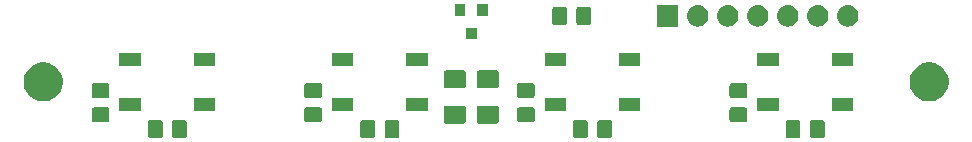
<source format=gbr>
G04 #@! TF.GenerationSoftware,KiCad,Pcbnew,(5.1.0)-1*
G04 #@! TF.CreationDate,2022-02-25T22:57:02-08:00*
G04 #@! TF.ProjectId,BTNPAD_TYPE_B,42544e50-4144-45f5-9459-50455f422e6b,rev?*
G04 #@! TF.SameCoordinates,PX7541940PY6316b30*
G04 #@! TF.FileFunction,Soldermask,Top*
G04 #@! TF.FilePolarity,Negative*
%FSLAX45Y45*%
G04 Gerber Fmt 4.5, Leading zero omitted, Abs format (unit mm)*
G04 Created by KiCad (PCBNEW (5.1.0)-1) date 2022-02-25 22:57:02*
%MOMM*%
%LPD*%
G04 APERTURE LIST*
%ADD10C,0.100000*%
G04 APERTURE END LIST*
D10*
G36*
X6949167Y425653D02*
G01*
X6952937Y424510D01*
X6956410Y422653D01*
X6959455Y420155D01*
X6961953Y417110D01*
X6963810Y413637D01*
X6964953Y409867D01*
X6965400Y405334D01*
X6965400Y296666D01*
X6964953Y292133D01*
X6963810Y288363D01*
X6961953Y284890D01*
X6959455Y281845D01*
X6956410Y279347D01*
X6952937Y277490D01*
X6949167Y276347D01*
X6944634Y275900D01*
X6860966Y275900D01*
X6856433Y276347D01*
X6852663Y277490D01*
X6849190Y279347D01*
X6846145Y281845D01*
X6843647Y284890D01*
X6841790Y288363D01*
X6840646Y292133D01*
X6840200Y296666D01*
X6840200Y405334D01*
X6840646Y409867D01*
X6841790Y413637D01*
X6843647Y417110D01*
X6846145Y420155D01*
X6849190Y422653D01*
X6852663Y424510D01*
X6856433Y425653D01*
X6860966Y426100D01*
X6944634Y426100D01*
X6949167Y425653D01*
X6949167Y425653D01*
G37*
G36*
X6744167Y425653D02*
G01*
X6747937Y424510D01*
X6751410Y422653D01*
X6754455Y420155D01*
X6756953Y417110D01*
X6758810Y413637D01*
X6759953Y409867D01*
X6760400Y405334D01*
X6760400Y296666D01*
X6759953Y292133D01*
X6758810Y288363D01*
X6756953Y284890D01*
X6754455Y281845D01*
X6751410Y279347D01*
X6747937Y277490D01*
X6744167Y276347D01*
X6739634Y275900D01*
X6655966Y275900D01*
X6651433Y276347D01*
X6647663Y277490D01*
X6644190Y279347D01*
X6641145Y281845D01*
X6638647Y284890D01*
X6636790Y288363D01*
X6635646Y292133D01*
X6635200Y296666D01*
X6635200Y405334D01*
X6635646Y409867D01*
X6636790Y413637D01*
X6638647Y417110D01*
X6641145Y420155D01*
X6644190Y422653D01*
X6647663Y424510D01*
X6651433Y425653D01*
X6655966Y426100D01*
X6739634Y426100D01*
X6744167Y425653D01*
X6744167Y425653D01*
G37*
G36*
X5149167Y425653D02*
G01*
X5152937Y424510D01*
X5156410Y422653D01*
X5159455Y420155D01*
X5161953Y417110D01*
X5163810Y413637D01*
X5164954Y409867D01*
X5165400Y405334D01*
X5165400Y296666D01*
X5164954Y292133D01*
X5163810Y288363D01*
X5161953Y284890D01*
X5159455Y281845D01*
X5156410Y279347D01*
X5152937Y277490D01*
X5149167Y276347D01*
X5144634Y275900D01*
X5060966Y275900D01*
X5056433Y276347D01*
X5052663Y277490D01*
X5049190Y279347D01*
X5046145Y281845D01*
X5043647Y284890D01*
X5041790Y288363D01*
X5040647Y292133D01*
X5040200Y296666D01*
X5040200Y405334D01*
X5040647Y409867D01*
X5041790Y413637D01*
X5043647Y417110D01*
X5046145Y420155D01*
X5049190Y422653D01*
X5052663Y424510D01*
X5056433Y425653D01*
X5060966Y426100D01*
X5144634Y426100D01*
X5149167Y425653D01*
X5149167Y425653D01*
G37*
G36*
X4944167Y425653D02*
G01*
X4947937Y424510D01*
X4951410Y422653D01*
X4954455Y420155D01*
X4956953Y417110D01*
X4958810Y413637D01*
X4959954Y409867D01*
X4960400Y405334D01*
X4960400Y296666D01*
X4959954Y292133D01*
X4958810Y288363D01*
X4956953Y284890D01*
X4954455Y281845D01*
X4951410Y279347D01*
X4947937Y277490D01*
X4944167Y276347D01*
X4939634Y275900D01*
X4855966Y275900D01*
X4851433Y276347D01*
X4847663Y277490D01*
X4844190Y279347D01*
X4841145Y281845D01*
X4838647Y284890D01*
X4836790Y288363D01*
X4835647Y292133D01*
X4835200Y296666D01*
X4835200Y405334D01*
X4835647Y409867D01*
X4836790Y413637D01*
X4838647Y417110D01*
X4841145Y420155D01*
X4844190Y422653D01*
X4847663Y424510D01*
X4851433Y425653D01*
X4855966Y426100D01*
X4939634Y426100D01*
X4944167Y425653D01*
X4944167Y425653D01*
G37*
G36*
X3349167Y425653D02*
G01*
X3352937Y424510D01*
X3356410Y422653D01*
X3359455Y420155D01*
X3361953Y417110D01*
X3363810Y413637D01*
X3364953Y409867D01*
X3365400Y405334D01*
X3365400Y296666D01*
X3364953Y292133D01*
X3363810Y288363D01*
X3361953Y284890D01*
X3359455Y281845D01*
X3356410Y279347D01*
X3352937Y277490D01*
X3349167Y276347D01*
X3344634Y275900D01*
X3260966Y275900D01*
X3256433Y276347D01*
X3252663Y277490D01*
X3249190Y279347D01*
X3246145Y281845D01*
X3243647Y284890D01*
X3241790Y288363D01*
X3240646Y292133D01*
X3240200Y296666D01*
X3240200Y405334D01*
X3240646Y409867D01*
X3241790Y413637D01*
X3243647Y417110D01*
X3246145Y420155D01*
X3249190Y422653D01*
X3252663Y424510D01*
X3256433Y425653D01*
X3260966Y426100D01*
X3344634Y426100D01*
X3349167Y425653D01*
X3349167Y425653D01*
G37*
G36*
X1344167Y425653D02*
G01*
X1347937Y424510D01*
X1351410Y422653D01*
X1354455Y420155D01*
X1356953Y417110D01*
X1358810Y413637D01*
X1359954Y409867D01*
X1360400Y405334D01*
X1360400Y296666D01*
X1359954Y292133D01*
X1358810Y288363D01*
X1356953Y284890D01*
X1354455Y281845D01*
X1351410Y279347D01*
X1347937Y277490D01*
X1344167Y276347D01*
X1339634Y275900D01*
X1255966Y275900D01*
X1251433Y276347D01*
X1247663Y277490D01*
X1244190Y279347D01*
X1241145Y281845D01*
X1238647Y284890D01*
X1236790Y288363D01*
X1235647Y292133D01*
X1235200Y296666D01*
X1235200Y405334D01*
X1235647Y409867D01*
X1236790Y413637D01*
X1238647Y417110D01*
X1241145Y420155D01*
X1244190Y422653D01*
X1247663Y424510D01*
X1251433Y425653D01*
X1255966Y426100D01*
X1339634Y426100D01*
X1344167Y425653D01*
X1344167Y425653D01*
G37*
G36*
X1549167Y425653D02*
G01*
X1552937Y424510D01*
X1556410Y422653D01*
X1559455Y420155D01*
X1561953Y417110D01*
X1563810Y413637D01*
X1564953Y409867D01*
X1565400Y405334D01*
X1565400Y296666D01*
X1564953Y292133D01*
X1563810Y288363D01*
X1561953Y284890D01*
X1559455Y281845D01*
X1556410Y279347D01*
X1552937Y277490D01*
X1549167Y276347D01*
X1544634Y275900D01*
X1460966Y275900D01*
X1456433Y276347D01*
X1452663Y277490D01*
X1449190Y279347D01*
X1446145Y281845D01*
X1443647Y284890D01*
X1441790Y288363D01*
X1440646Y292133D01*
X1440200Y296666D01*
X1440200Y405334D01*
X1440646Y409867D01*
X1441790Y413637D01*
X1443647Y417110D01*
X1446145Y420155D01*
X1449190Y422653D01*
X1452663Y424510D01*
X1456433Y425653D01*
X1460966Y426100D01*
X1544634Y426100D01*
X1549167Y425653D01*
X1549167Y425653D01*
G37*
G36*
X3144167Y425653D02*
G01*
X3147937Y424510D01*
X3151410Y422653D01*
X3154455Y420155D01*
X3156953Y417110D01*
X3158810Y413637D01*
X3159953Y409867D01*
X3160400Y405334D01*
X3160400Y296666D01*
X3159953Y292133D01*
X3158810Y288363D01*
X3156953Y284890D01*
X3154455Y281845D01*
X3151410Y279347D01*
X3147937Y277490D01*
X3144167Y276347D01*
X3139634Y275900D01*
X3055966Y275900D01*
X3051433Y276347D01*
X3047663Y277490D01*
X3044190Y279347D01*
X3041145Y281845D01*
X3038647Y284890D01*
X3036790Y288363D01*
X3035646Y292133D01*
X3035200Y296666D01*
X3035200Y405334D01*
X3035646Y409867D01*
X3036790Y413637D01*
X3038647Y417110D01*
X3041145Y420155D01*
X3044190Y422653D01*
X3047663Y424510D01*
X3051433Y425653D01*
X3055966Y426100D01*
X3139634Y426100D01*
X3144167Y425653D01*
X3144167Y425653D01*
G37*
G36*
X4190756Y550382D02*
G01*
X4194248Y549323D01*
X4197466Y547602D01*
X4200287Y545287D01*
X4202602Y542466D01*
X4204323Y539248D01*
X4205382Y535756D01*
X4205800Y531511D01*
X4205800Y417389D01*
X4205382Y413144D01*
X4204323Y409652D01*
X4202602Y406434D01*
X4200287Y403613D01*
X4197466Y401298D01*
X4194248Y399577D01*
X4190756Y398518D01*
X4186510Y398100D01*
X4039889Y398100D01*
X4035644Y398518D01*
X4032152Y399577D01*
X4028934Y401298D01*
X4026113Y403613D01*
X4023798Y406434D01*
X4022077Y409652D01*
X4021018Y413144D01*
X4020600Y417389D01*
X4020600Y531511D01*
X4021018Y535756D01*
X4022077Y539248D01*
X4023798Y542466D01*
X4026113Y545287D01*
X4028934Y547602D01*
X4032152Y549323D01*
X4035644Y550382D01*
X4039889Y550800D01*
X4186510Y550800D01*
X4190756Y550382D01*
X4190756Y550382D01*
G37*
G36*
X3911356Y550382D02*
G01*
X3914848Y549323D01*
X3918066Y547602D01*
X3920887Y545287D01*
X3923202Y542466D01*
X3924923Y539248D01*
X3925982Y535756D01*
X3926400Y531511D01*
X3926400Y417389D01*
X3925982Y413144D01*
X3924923Y409652D01*
X3923202Y406434D01*
X3920887Y403613D01*
X3918066Y401298D01*
X3914848Y399577D01*
X3911356Y398518D01*
X3907110Y398100D01*
X3760489Y398100D01*
X3756244Y398518D01*
X3752752Y399577D01*
X3749534Y401298D01*
X3746713Y403613D01*
X3744398Y406434D01*
X3742677Y409652D01*
X3741618Y413144D01*
X3741200Y417389D01*
X3741200Y531511D01*
X3741618Y535756D01*
X3742677Y539248D01*
X3744398Y542466D01*
X3746713Y545287D01*
X3749534Y547602D01*
X3752752Y549323D01*
X3756244Y550382D01*
X3760489Y550800D01*
X3907110Y550800D01*
X3911356Y550382D01*
X3911356Y550382D01*
G37*
G36*
X6294167Y534854D02*
G01*
X6297937Y533710D01*
X6301410Y531853D01*
X6304455Y529355D01*
X6306953Y526310D01*
X6308810Y522837D01*
X6309953Y519067D01*
X6310400Y514534D01*
X6310400Y430866D01*
X6309953Y426333D01*
X6308810Y422563D01*
X6306953Y419090D01*
X6304455Y416045D01*
X6301410Y413547D01*
X6297937Y411690D01*
X6294167Y410546D01*
X6289634Y410100D01*
X6180966Y410100D01*
X6176433Y410546D01*
X6172663Y411690D01*
X6169190Y413547D01*
X6166145Y416045D01*
X6163647Y419090D01*
X6161790Y422563D01*
X6160646Y426333D01*
X6160200Y430866D01*
X6160200Y514534D01*
X6160646Y519067D01*
X6161790Y522837D01*
X6163647Y526310D01*
X6166145Y529355D01*
X6169190Y531853D01*
X6172663Y533710D01*
X6176433Y534854D01*
X6180966Y535300D01*
X6289634Y535300D01*
X6294167Y534854D01*
X6294167Y534854D01*
G37*
G36*
X4494167Y534854D02*
G01*
X4497937Y533710D01*
X4501410Y531853D01*
X4504455Y529355D01*
X4506953Y526310D01*
X4508810Y522837D01*
X4509954Y519067D01*
X4510400Y514534D01*
X4510400Y430866D01*
X4509954Y426333D01*
X4508810Y422563D01*
X4506953Y419090D01*
X4504455Y416045D01*
X4501410Y413547D01*
X4497937Y411690D01*
X4494167Y410546D01*
X4489634Y410100D01*
X4380966Y410100D01*
X4376433Y410546D01*
X4372663Y411690D01*
X4369190Y413547D01*
X4366145Y416045D01*
X4363647Y419090D01*
X4361790Y422563D01*
X4360647Y426333D01*
X4360200Y430866D01*
X4360200Y514534D01*
X4360647Y519067D01*
X4361790Y522837D01*
X4363647Y526310D01*
X4366145Y529355D01*
X4369190Y531853D01*
X4372663Y533710D01*
X4376433Y534854D01*
X4380966Y535300D01*
X4489634Y535300D01*
X4494167Y534854D01*
X4494167Y534854D01*
G37*
G36*
X2694167Y534854D02*
G01*
X2697937Y533710D01*
X2701410Y531853D01*
X2704455Y529355D01*
X2706953Y526310D01*
X2708810Y522837D01*
X2709954Y519067D01*
X2710400Y514534D01*
X2710400Y430866D01*
X2709954Y426333D01*
X2708810Y422563D01*
X2706953Y419090D01*
X2704455Y416045D01*
X2701410Y413547D01*
X2697937Y411690D01*
X2694167Y410546D01*
X2689634Y410100D01*
X2580966Y410100D01*
X2576433Y410546D01*
X2572663Y411690D01*
X2569190Y413547D01*
X2566145Y416045D01*
X2563647Y419090D01*
X2561790Y422563D01*
X2560647Y426333D01*
X2560200Y430866D01*
X2560200Y514534D01*
X2560647Y519067D01*
X2561790Y522837D01*
X2563647Y526310D01*
X2566145Y529355D01*
X2569190Y531853D01*
X2572663Y533710D01*
X2576433Y534854D01*
X2580966Y535300D01*
X2689634Y535300D01*
X2694167Y534854D01*
X2694167Y534854D01*
G37*
G36*
X894167Y534854D02*
G01*
X897937Y533710D01*
X901410Y531853D01*
X904455Y529355D01*
X906953Y526310D01*
X908810Y522837D01*
X909953Y519067D01*
X910400Y514534D01*
X910400Y430866D01*
X909953Y426333D01*
X908810Y422563D01*
X906953Y419090D01*
X904455Y416045D01*
X901410Y413547D01*
X897937Y411690D01*
X894167Y410546D01*
X889634Y410100D01*
X780966Y410100D01*
X776433Y410546D01*
X772663Y411690D01*
X769190Y413547D01*
X766145Y416045D01*
X763647Y419090D01*
X761790Y422563D01*
X760646Y426333D01*
X760200Y430866D01*
X760200Y514534D01*
X760646Y519067D01*
X761790Y522837D01*
X763647Y526310D01*
X766145Y529355D01*
X769190Y531853D01*
X772663Y533710D01*
X776433Y534854D01*
X780966Y535300D01*
X889634Y535300D01*
X894167Y534854D01*
X894167Y534854D01*
G37*
G36*
X3605400Y505100D02*
G01*
X3425200Y505100D01*
X3425200Y615300D01*
X3605400Y615300D01*
X3605400Y505100D01*
X3605400Y505100D01*
G37*
G36*
X1175400Y505100D02*
G01*
X995200Y505100D01*
X995200Y615300D01*
X1175400Y615300D01*
X1175400Y505100D01*
X1175400Y505100D01*
G37*
G36*
X2975400Y505100D02*
G01*
X2795200Y505100D01*
X2795200Y615300D01*
X2975400Y615300D01*
X2975400Y505100D01*
X2975400Y505100D01*
G37*
G36*
X4775400Y505100D02*
G01*
X4595200Y505100D01*
X4595200Y615300D01*
X4775400Y615300D01*
X4775400Y505100D01*
X4775400Y505100D01*
G37*
G36*
X5405400Y505100D02*
G01*
X5225200Y505100D01*
X5225200Y615300D01*
X5405400Y615300D01*
X5405400Y505100D01*
X5405400Y505100D01*
G37*
G36*
X6575400Y505100D02*
G01*
X6395200Y505100D01*
X6395200Y615300D01*
X6575400Y615300D01*
X6575400Y505100D01*
X6575400Y505100D01*
G37*
G36*
X7205400Y505100D02*
G01*
X7025200Y505100D01*
X7025200Y615300D01*
X7205400Y615300D01*
X7205400Y505100D01*
X7205400Y505100D01*
G37*
G36*
X1805400Y505100D02*
G01*
X1625200Y505100D01*
X1625200Y615300D01*
X1805400Y615300D01*
X1805400Y505100D01*
X1805400Y505100D01*
G37*
G36*
X387526Y911070D02*
G01*
X398158Y908955D01*
X428204Y896510D01*
X455245Y878441D01*
X478241Y855445D01*
X496310Y828404D01*
X496310Y828404D01*
X508755Y798358D01*
X515100Y766461D01*
X515100Y733939D01*
X512235Y719534D01*
X508755Y702042D01*
X496310Y671996D01*
X478241Y644955D01*
X455245Y621959D01*
X428204Y603890D01*
X398158Y591445D01*
X387526Y589330D01*
X366261Y585100D01*
X333739Y585100D01*
X312474Y589330D01*
X301842Y591445D01*
X271796Y603890D01*
X244755Y621959D01*
X221758Y644955D01*
X203690Y671996D01*
X191245Y702042D01*
X187765Y719534D01*
X184900Y733939D01*
X184900Y766461D01*
X191245Y798358D01*
X203690Y828404D01*
X203690Y828404D01*
X221758Y855445D01*
X244755Y878441D01*
X271796Y896510D01*
X301842Y908955D01*
X312474Y911070D01*
X333739Y915300D01*
X366261Y915300D01*
X387526Y911070D01*
X387526Y911070D01*
G37*
G36*
X7887526Y911070D02*
G01*
X7898158Y908955D01*
X7928204Y896510D01*
X7955245Y878441D01*
X7978241Y855445D01*
X7996310Y828404D01*
X7996310Y828404D01*
X8008755Y798358D01*
X8015100Y766461D01*
X8015100Y733939D01*
X8012235Y719534D01*
X8008755Y702042D01*
X7996310Y671996D01*
X7978241Y644955D01*
X7955245Y621959D01*
X7928204Y603890D01*
X7898158Y591445D01*
X7887526Y589330D01*
X7866261Y585100D01*
X7833739Y585100D01*
X7812474Y589330D01*
X7801842Y591445D01*
X7771796Y603890D01*
X7744755Y621959D01*
X7721758Y644955D01*
X7703690Y671996D01*
X7691245Y702042D01*
X7687765Y719534D01*
X7684900Y733939D01*
X7684900Y766461D01*
X7691245Y798358D01*
X7703690Y828404D01*
X7703690Y828404D01*
X7721758Y855445D01*
X7744755Y878441D01*
X7771796Y896510D01*
X7801842Y908955D01*
X7812474Y911070D01*
X7833739Y915300D01*
X7866261Y915300D01*
X7887526Y911070D01*
X7887526Y911070D01*
G37*
G36*
X894167Y739853D02*
G01*
X897937Y738710D01*
X901410Y736853D01*
X904455Y734355D01*
X906953Y731310D01*
X908810Y727837D01*
X909953Y724067D01*
X910400Y719534D01*
X910400Y635866D01*
X909953Y631333D01*
X908810Y627563D01*
X906953Y624090D01*
X904455Y621045D01*
X901410Y618547D01*
X897937Y616690D01*
X894167Y615547D01*
X889634Y615100D01*
X780966Y615100D01*
X776433Y615547D01*
X772663Y616690D01*
X769190Y618547D01*
X766145Y621045D01*
X763647Y624090D01*
X761790Y627563D01*
X760646Y631333D01*
X760200Y635866D01*
X760200Y719534D01*
X760646Y724067D01*
X761790Y727837D01*
X763647Y731310D01*
X766145Y734355D01*
X769190Y736853D01*
X772663Y738710D01*
X776433Y739853D01*
X780966Y740300D01*
X889634Y740300D01*
X894167Y739853D01*
X894167Y739853D01*
G37*
G36*
X6294167Y739853D02*
G01*
X6297937Y738710D01*
X6301410Y736853D01*
X6304455Y734355D01*
X6306953Y731310D01*
X6308810Y727837D01*
X6309953Y724067D01*
X6310400Y719534D01*
X6310400Y635866D01*
X6309953Y631333D01*
X6308810Y627563D01*
X6306953Y624090D01*
X6304455Y621045D01*
X6301410Y618547D01*
X6297937Y616690D01*
X6294167Y615547D01*
X6289634Y615100D01*
X6180966Y615100D01*
X6176433Y615547D01*
X6172663Y616690D01*
X6169190Y618547D01*
X6166145Y621045D01*
X6163647Y624090D01*
X6161790Y627563D01*
X6160646Y631333D01*
X6160200Y635866D01*
X6160200Y719534D01*
X6160646Y724067D01*
X6161790Y727837D01*
X6163647Y731310D01*
X6166145Y734355D01*
X6169190Y736853D01*
X6172663Y738710D01*
X6176433Y739853D01*
X6180966Y740300D01*
X6289634Y740300D01*
X6294167Y739853D01*
X6294167Y739853D01*
G37*
G36*
X2694167Y739853D02*
G01*
X2697937Y738710D01*
X2701410Y736853D01*
X2704455Y734355D01*
X2706953Y731310D01*
X2708810Y727837D01*
X2709954Y724067D01*
X2710400Y719534D01*
X2710400Y635866D01*
X2709954Y631333D01*
X2708810Y627563D01*
X2706953Y624090D01*
X2704455Y621045D01*
X2701410Y618547D01*
X2697937Y616690D01*
X2694167Y615547D01*
X2689634Y615100D01*
X2580966Y615100D01*
X2576433Y615547D01*
X2572663Y616690D01*
X2569190Y618547D01*
X2566145Y621045D01*
X2563647Y624090D01*
X2561790Y627563D01*
X2560647Y631333D01*
X2560200Y635866D01*
X2560200Y719534D01*
X2560647Y724067D01*
X2561790Y727837D01*
X2563647Y731310D01*
X2566145Y734355D01*
X2569190Y736853D01*
X2572663Y738710D01*
X2576433Y739853D01*
X2580966Y740300D01*
X2689634Y740300D01*
X2694167Y739853D01*
X2694167Y739853D01*
G37*
G36*
X4494167Y739853D02*
G01*
X4497937Y738710D01*
X4501410Y736853D01*
X4504455Y734355D01*
X4506953Y731310D01*
X4508810Y727837D01*
X4509954Y724067D01*
X4510400Y719534D01*
X4510400Y635866D01*
X4509954Y631333D01*
X4508810Y627563D01*
X4506953Y624090D01*
X4504455Y621045D01*
X4501410Y618547D01*
X4497937Y616690D01*
X4494167Y615547D01*
X4489634Y615100D01*
X4380966Y615100D01*
X4376433Y615547D01*
X4372663Y616690D01*
X4369190Y618547D01*
X4366145Y621045D01*
X4363647Y624090D01*
X4361790Y627563D01*
X4360647Y631333D01*
X4360200Y635866D01*
X4360200Y719534D01*
X4360647Y724067D01*
X4361790Y727837D01*
X4363647Y731310D01*
X4366145Y734355D01*
X4369190Y736853D01*
X4372663Y738710D01*
X4376433Y739853D01*
X4380966Y740300D01*
X4489634Y740300D01*
X4494167Y739853D01*
X4494167Y739853D01*
G37*
G36*
X3911356Y847882D02*
G01*
X3914848Y846823D01*
X3918066Y845102D01*
X3920887Y842787D01*
X3923202Y839966D01*
X3924923Y836748D01*
X3925982Y833256D01*
X3926400Y829010D01*
X3926400Y714889D01*
X3925982Y710644D01*
X3924923Y707152D01*
X3923202Y703934D01*
X3920887Y701113D01*
X3918066Y698798D01*
X3914848Y697077D01*
X3911356Y696018D01*
X3907110Y695600D01*
X3760489Y695600D01*
X3756244Y696018D01*
X3752752Y697077D01*
X3749534Y698798D01*
X3746713Y701113D01*
X3744398Y703934D01*
X3742677Y707152D01*
X3741618Y710644D01*
X3741200Y714889D01*
X3741200Y829010D01*
X3741618Y833256D01*
X3742677Y836748D01*
X3744398Y839966D01*
X3746713Y842787D01*
X3749534Y845102D01*
X3752752Y846823D01*
X3756244Y847882D01*
X3760489Y848300D01*
X3907110Y848300D01*
X3911356Y847882D01*
X3911356Y847882D01*
G37*
G36*
X4190756Y847882D02*
G01*
X4194248Y846823D01*
X4197466Y845102D01*
X4200287Y842787D01*
X4202602Y839966D01*
X4204323Y836748D01*
X4205382Y833256D01*
X4205800Y829010D01*
X4205800Y714889D01*
X4205382Y710644D01*
X4204323Y707152D01*
X4202602Y703934D01*
X4200287Y701113D01*
X4197466Y698798D01*
X4194248Y697077D01*
X4190756Y696018D01*
X4186510Y695600D01*
X4039889Y695600D01*
X4035644Y696018D01*
X4032152Y697077D01*
X4028934Y698798D01*
X4026113Y701113D01*
X4023798Y703934D01*
X4022077Y707152D01*
X4021018Y710644D01*
X4020600Y714889D01*
X4020600Y829010D01*
X4021018Y833256D01*
X4022077Y836748D01*
X4023798Y839966D01*
X4026113Y842787D01*
X4028934Y845102D01*
X4032152Y846823D01*
X4035644Y847882D01*
X4039889Y848300D01*
X4186510Y848300D01*
X4190756Y847882D01*
X4190756Y847882D01*
G37*
G36*
X6575400Y885100D02*
G01*
X6395200Y885100D01*
X6395200Y995300D01*
X6575400Y995300D01*
X6575400Y885100D01*
X6575400Y885100D01*
G37*
G36*
X1805400Y885100D02*
G01*
X1625200Y885100D01*
X1625200Y995300D01*
X1805400Y995300D01*
X1805400Y885100D01*
X1805400Y885100D01*
G37*
G36*
X1175400Y885100D02*
G01*
X995200Y885100D01*
X995200Y995300D01*
X1175400Y995300D01*
X1175400Y885100D01*
X1175400Y885100D01*
G37*
G36*
X7205400Y885100D02*
G01*
X7025200Y885100D01*
X7025200Y995300D01*
X7205400Y995300D01*
X7205400Y885100D01*
X7205400Y885100D01*
G37*
G36*
X3605400Y885100D02*
G01*
X3425200Y885100D01*
X3425200Y995300D01*
X3605400Y995300D01*
X3605400Y885100D01*
X3605400Y885100D01*
G37*
G36*
X2975400Y885100D02*
G01*
X2795200Y885100D01*
X2795200Y995300D01*
X2975400Y995300D01*
X2975400Y885100D01*
X2975400Y885100D01*
G37*
G36*
X5405400Y885100D02*
G01*
X5225200Y885100D01*
X5225200Y995300D01*
X5405400Y995300D01*
X5405400Y885100D01*
X5405400Y885100D01*
G37*
G36*
X4775400Y885100D02*
G01*
X4595200Y885100D01*
X4595200Y995300D01*
X4775400Y995300D01*
X4775400Y885100D01*
X4775400Y885100D01*
G37*
G36*
X4018600Y1111340D02*
G01*
X3928400Y1111340D01*
X3928400Y1211540D01*
X4018600Y1211540D01*
X4018600Y1111340D01*
X4018600Y1111340D01*
G37*
G36*
X5902244Y1399148D02*
G01*
X5908863Y1398496D01*
X5925847Y1393344D01*
X5941499Y1384978D01*
X5942353Y1384277D01*
X5955219Y1373719D01*
X5963166Y1364034D01*
X5966478Y1359999D01*
X5974844Y1344347D01*
X5979996Y1327363D01*
X5981736Y1309700D01*
X5979996Y1292037D01*
X5974844Y1275053D01*
X5966478Y1259401D01*
X5964103Y1256508D01*
X5955219Y1245681D01*
X5947305Y1239187D01*
X5941499Y1234422D01*
X5925847Y1226056D01*
X5908863Y1220904D01*
X5902244Y1220252D01*
X5895626Y1219600D01*
X5886774Y1219600D01*
X5880156Y1220252D01*
X5873537Y1220904D01*
X5856553Y1226056D01*
X5840901Y1234422D01*
X5835095Y1239187D01*
X5827181Y1245681D01*
X5818297Y1256508D01*
X5815922Y1259401D01*
X5807556Y1275053D01*
X5802404Y1292037D01*
X5800664Y1309700D01*
X5802404Y1327363D01*
X5807556Y1344347D01*
X5815922Y1359999D01*
X5819233Y1364034D01*
X5827181Y1373719D01*
X5840047Y1384277D01*
X5840901Y1384978D01*
X5856553Y1393344D01*
X5873537Y1398496D01*
X5880156Y1399148D01*
X5886774Y1399800D01*
X5895626Y1399800D01*
X5902244Y1399148D01*
X5902244Y1399148D01*
G37*
G36*
X6156244Y1399148D02*
G01*
X6162863Y1398496D01*
X6179847Y1393344D01*
X6195499Y1384978D01*
X6196353Y1384277D01*
X6209219Y1373719D01*
X6217166Y1364034D01*
X6220478Y1359999D01*
X6228844Y1344347D01*
X6233996Y1327363D01*
X6235736Y1309700D01*
X6233996Y1292037D01*
X6228844Y1275053D01*
X6220478Y1259401D01*
X6218103Y1256508D01*
X6209219Y1245681D01*
X6201305Y1239187D01*
X6195499Y1234422D01*
X6179847Y1226056D01*
X6162863Y1220904D01*
X6156244Y1220252D01*
X6149626Y1219600D01*
X6140774Y1219600D01*
X6134156Y1220252D01*
X6127537Y1220904D01*
X6110553Y1226056D01*
X6094901Y1234422D01*
X6089095Y1239187D01*
X6081181Y1245681D01*
X6072297Y1256508D01*
X6069922Y1259401D01*
X6061556Y1275053D01*
X6056404Y1292037D01*
X6054664Y1309700D01*
X6056404Y1327363D01*
X6061556Y1344347D01*
X6069922Y1359999D01*
X6073233Y1364034D01*
X6081181Y1373719D01*
X6094047Y1384277D01*
X6094901Y1384978D01*
X6110553Y1393344D01*
X6127537Y1398496D01*
X6134156Y1399148D01*
X6140774Y1399800D01*
X6149626Y1399800D01*
X6156244Y1399148D01*
X6156244Y1399148D01*
G37*
G36*
X6410244Y1399148D02*
G01*
X6416863Y1398496D01*
X6433847Y1393344D01*
X6449499Y1384978D01*
X6450353Y1384277D01*
X6463219Y1373719D01*
X6471166Y1364034D01*
X6474478Y1359999D01*
X6482844Y1344347D01*
X6487996Y1327363D01*
X6489736Y1309700D01*
X6487996Y1292037D01*
X6482844Y1275053D01*
X6474478Y1259401D01*
X6472103Y1256508D01*
X6463219Y1245681D01*
X6455305Y1239187D01*
X6449499Y1234422D01*
X6433847Y1226056D01*
X6416863Y1220904D01*
X6410244Y1220252D01*
X6403626Y1219600D01*
X6394774Y1219600D01*
X6388156Y1220252D01*
X6381537Y1220904D01*
X6364553Y1226056D01*
X6348901Y1234422D01*
X6343095Y1239187D01*
X6335181Y1245681D01*
X6326297Y1256508D01*
X6323922Y1259401D01*
X6315556Y1275053D01*
X6310404Y1292037D01*
X6308664Y1309700D01*
X6310404Y1327363D01*
X6315556Y1344347D01*
X6323922Y1359999D01*
X6327233Y1364034D01*
X6335181Y1373719D01*
X6348047Y1384277D01*
X6348901Y1384978D01*
X6364553Y1393344D01*
X6381537Y1398496D01*
X6388156Y1399148D01*
X6394774Y1399800D01*
X6403626Y1399800D01*
X6410244Y1399148D01*
X6410244Y1399148D01*
G37*
G36*
X6664244Y1399148D02*
G01*
X6670863Y1398496D01*
X6687847Y1393344D01*
X6703499Y1384978D01*
X6704353Y1384277D01*
X6717219Y1373719D01*
X6725166Y1364034D01*
X6728478Y1359999D01*
X6736844Y1344347D01*
X6741996Y1327363D01*
X6743736Y1309700D01*
X6741996Y1292037D01*
X6736844Y1275053D01*
X6728478Y1259401D01*
X6726103Y1256508D01*
X6717219Y1245681D01*
X6709305Y1239187D01*
X6703499Y1234422D01*
X6687847Y1226056D01*
X6670863Y1220904D01*
X6664244Y1220252D01*
X6657626Y1219600D01*
X6648774Y1219600D01*
X6642156Y1220252D01*
X6635537Y1220904D01*
X6618553Y1226056D01*
X6602901Y1234422D01*
X6597095Y1239187D01*
X6589181Y1245681D01*
X6580297Y1256508D01*
X6577922Y1259401D01*
X6569556Y1275053D01*
X6564404Y1292037D01*
X6562664Y1309700D01*
X6564404Y1327363D01*
X6569556Y1344347D01*
X6577922Y1359999D01*
X6581233Y1364034D01*
X6589181Y1373719D01*
X6602047Y1384277D01*
X6602901Y1384978D01*
X6618553Y1393344D01*
X6635537Y1398496D01*
X6642156Y1399148D01*
X6648774Y1399800D01*
X6657626Y1399800D01*
X6664244Y1399148D01*
X6664244Y1399148D01*
G37*
G36*
X6918244Y1399148D02*
G01*
X6924863Y1398496D01*
X6941847Y1393344D01*
X6957499Y1384978D01*
X6958353Y1384277D01*
X6971219Y1373719D01*
X6979166Y1364034D01*
X6982478Y1359999D01*
X6990844Y1344347D01*
X6995996Y1327363D01*
X6997736Y1309700D01*
X6995996Y1292037D01*
X6990844Y1275053D01*
X6982478Y1259401D01*
X6980103Y1256508D01*
X6971219Y1245681D01*
X6963305Y1239187D01*
X6957499Y1234422D01*
X6941847Y1226056D01*
X6924863Y1220904D01*
X6918244Y1220252D01*
X6911626Y1219600D01*
X6902774Y1219600D01*
X6896156Y1220252D01*
X6889537Y1220904D01*
X6872553Y1226056D01*
X6856901Y1234422D01*
X6851095Y1239187D01*
X6843181Y1245681D01*
X6834297Y1256508D01*
X6831922Y1259401D01*
X6823556Y1275053D01*
X6818404Y1292037D01*
X6816664Y1309700D01*
X6818404Y1327363D01*
X6823556Y1344347D01*
X6831922Y1359999D01*
X6835233Y1364034D01*
X6843181Y1373719D01*
X6856047Y1384277D01*
X6856901Y1384978D01*
X6872553Y1393344D01*
X6889537Y1398496D01*
X6896156Y1399148D01*
X6902774Y1399800D01*
X6911626Y1399800D01*
X6918244Y1399148D01*
X6918244Y1399148D01*
G37*
G36*
X7172244Y1399148D02*
G01*
X7178863Y1398496D01*
X7195847Y1393344D01*
X7211499Y1384978D01*
X7212353Y1384277D01*
X7225219Y1373719D01*
X7233166Y1364034D01*
X7236478Y1359999D01*
X7244844Y1344347D01*
X7249996Y1327363D01*
X7251736Y1309700D01*
X7249996Y1292037D01*
X7244844Y1275053D01*
X7236478Y1259401D01*
X7234103Y1256508D01*
X7225219Y1245681D01*
X7217305Y1239187D01*
X7211499Y1234422D01*
X7195847Y1226056D01*
X7178863Y1220904D01*
X7172244Y1220252D01*
X7165626Y1219600D01*
X7156774Y1219600D01*
X7150156Y1220252D01*
X7143537Y1220904D01*
X7126553Y1226056D01*
X7110901Y1234422D01*
X7105095Y1239187D01*
X7097181Y1245681D01*
X7088297Y1256508D01*
X7085922Y1259401D01*
X7077556Y1275053D01*
X7072404Y1292037D01*
X7070664Y1309700D01*
X7072404Y1327363D01*
X7077556Y1344347D01*
X7085922Y1359999D01*
X7089233Y1364034D01*
X7097181Y1373719D01*
X7110047Y1384277D01*
X7110901Y1384978D01*
X7126553Y1393344D01*
X7143537Y1398496D01*
X7150156Y1399148D01*
X7156774Y1399800D01*
X7165626Y1399800D01*
X7172244Y1399148D01*
X7172244Y1399148D01*
G37*
G36*
X5727300Y1219600D02*
G01*
X5547100Y1219600D01*
X5547100Y1399800D01*
X5727300Y1399800D01*
X5727300Y1219600D01*
X5727300Y1219600D01*
G37*
G36*
X4973267Y1384354D02*
G01*
X4977037Y1383210D01*
X4980510Y1381353D01*
X4983555Y1378855D01*
X4986053Y1375810D01*
X4987910Y1372337D01*
X4989054Y1368567D01*
X4989500Y1364034D01*
X4989500Y1255366D01*
X4989054Y1250833D01*
X4987910Y1247063D01*
X4986053Y1243590D01*
X4983555Y1240545D01*
X4980510Y1238047D01*
X4977037Y1236190D01*
X4973267Y1235047D01*
X4968734Y1234600D01*
X4885066Y1234600D01*
X4880533Y1235047D01*
X4876763Y1236190D01*
X4873290Y1238047D01*
X4870245Y1240545D01*
X4867747Y1243590D01*
X4865890Y1247063D01*
X4864747Y1250833D01*
X4864300Y1255366D01*
X4864300Y1364034D01*
X4864747Y1368567D01*
X4865890Y1372337D01*
X4867747Y1375810D01*
X4870245Y1378855D01*
X4873290Y1381353D01*
X4876763Y1383210D01*
X4880533Y1384354D01*
X4885066Y1384800D01*
X4968734Y1384800D01*
X4973267Y1384354D01*
X4973267Y1384354D01*
G37*
G36*
X4768267Y1384354D02*
G01*
X4772037Y1383210D01*
X4775510Y1381353D01*
X4778555Y1378855D01*
X4781053Y1375810D01*
X4782910Y1372337D01*
X4784054Y1368567D01*
X4784500Y1364034D01*
X4784500Y1255366D01*
X4784054Y1250833D01*
X4782910Y1247063D01*
X4781053Y1243590D01*
X4778555Y1240545D01*
X4775510Y1238047D01*
X4772037Y1236190D01*
X4768267Y1235047D01*
X4763734Y1234600D01*
X4680066Y1234600D01*
X4675533Y1235047D01*
X4671763Y1236190D01*
X4668290Y1238047D01*
X4665245Y1240545D01*
X4662747Y1243590D01*
X4660890Y1247063D01*
X4659747Y1250833D01*
X4659300Y1255366D01*
X4659300Y1364034D01*
X4659747Y1368567D01*
X4660890Y1372337D01*
X4662747Y1375810D01*
X4665245Y1378855D01*
X4668290Y1381353D01*
X4671763Y1383210D01*
X4675533Y1384354D01*
X4680066Y1384800D01*
X4763734Y1384800D01*
X4768267Y1384354D01*
X4768267Y1384354D01*
G37*
G36*
X3923600Y1311340D02*
G01*
X3833400Y1311340D01*
X3833400Y1411540D01*
X3923600Y1411540D01*
X3923600Y1311340D01*
X3923600Y1311340D01*
G37*
G36*
X4113600Y1311340D02*
G01*
X4023400Y1311340D01*
X4023400Y1411540D01*
X4113600Y1411540D01*
X4113600Y1311340D01*
X4113600Y1311340D01*
G37*
M02*

</source>
